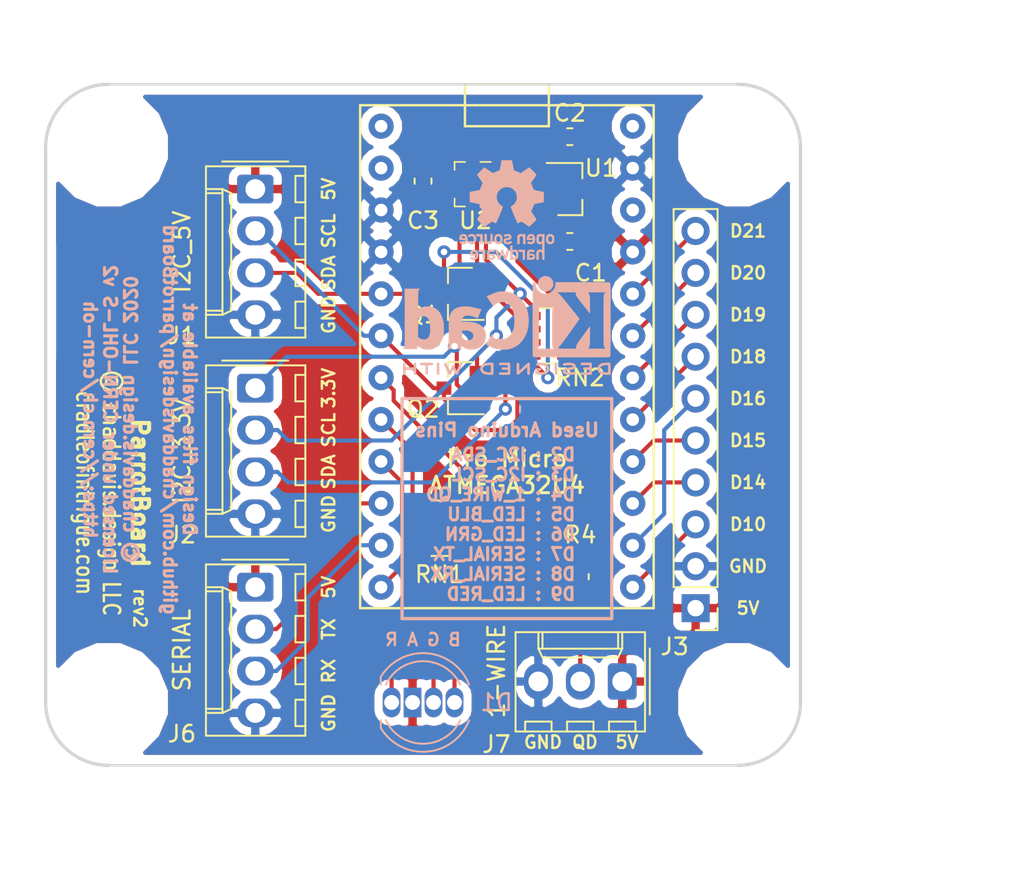
<source format=kicad_pcb>
(kicad_pcb (version 20171130) (host pcbnew 5.0.2-bee76a0~70~ubuntu18.04.1)
  (title_block (title parrotBoard) (date 2020-04-05) (rev 2) (company "chaddavis.design, LLC") (comment 1 "Design files available at github.com/chaddavisdesign/parrotBoard ") (comment 2 "Licensed under CERN-OHL-S v2 https://cern.ch/cern-oh") (comment 3 "©chaddavis.design, LLC 2020"))
  (layers (0 F.Cu signal) (31 B.Cu signal) (34 B.Paste user) (35 F.Paste user) (36 B.SilkS user) (37 F.SilkS user) (38 B.Mask user) (39 F.Mask user) (44 Edge.Cuts user))
  (net 0 "")
  (net 1 +5V)
  (net 2 "Net-(D1-Pad2)")
  (net 3 "Net-(D1-Pad3)")
  (net 4 "Net-(D1-Pad4)")
  (net 5 GND)
  (net 6 D0)
  (net 7 D1)
  (net 8 D10)
  (net 9 D14)
  (net 10 D15)
  (net 11 D16)
  (net 12 D18)
  (net 13 D19)
  (net 14 D20)
  (net 15 D21)
  (net 16 TX)
  (net 17 RX)
  (net 18 OneWire1_QD)
  (net 19 "Net-(MOD1-Pad8)")
  (net 20 "Net-(MOD1-Pad9)")
  (net 21 "Net-(MOD1-Pad12)")
  (net 22 "Net-(MOD1-Pad13)")
  (net 23 RST)
  (net 24 +3V3)
  (net 25 I2C_5V_SCL)
  (net 26 I2C_5V_SDA)
  (net 27 I2C_3.3V_SCL)
  (net 28 "Net-(RN1-Pad4)")
  (net 29 "Net-(RN1-Pad5)")
  (net 30 I2C_3.3V_SDA)
  (module Symbol:OSHW-Logo_5.7x6mm_SilkScreen (layer B.Cu) (at 69.215 67.31 180)
    (fp_text reference REF** hide)
    (fp_text value OSHW-Logo_5.7x6mm_SilkScreen hide)
  )
  (module parrotBoard:ProMicro (layer F.Cu) (at 69.215 76.2)
    (fp_text reference "" (at -4.445 16.51) (layer F.SilkS))
    (fp_text value proMicro)
    (pad 24 thru_hole circle (at 7.62 13.97) (size 1.524 1.524) (drill 0.762) (layers *.Cu *.Mask) (net 8 D10))
    (pad 23 thru_hole circle (at 7.62 11.43) (size 1.524 1.524) (drill 0.762) (layers *.Cu *.Mask) (net 11 D16))
    (pad 22 thru_hole circle (at 7.62 8.89) (size 1.524 1.524) (drill 0.762) (layers *.Cu *.Mask) (net 9 D14))
    (pad 21 thru_hole circle (at 7.62 6.35) (size 1.524 1.524) (drill 0.762) (layers *.Cu *.Mask) (net 10 D15))
    (pad 20 thru_hole circle (at 7.62 3.81) (size 1.524 1.524) (drill 0.762) (layers *.Cu *.Mask) (net 12 D18))
    (pad 19 thru_hole circle (at 7.62 1.27) (size 1.524 1.524) (drill 0.762) (layers *.Cu *.Mask) (net 13 D19))
    (pad 18 thru_hole circle (at 7.62 -1.27) (size 1.524 1.524) (drill 0.762) (layers *.Cu *.Mask) (net 14 D20))
    (pad 17 thru_hole circle (at 7.62 -3.81) (size 1.524 1.524) (drill 0.762) (layers *.Cu *.Mask) (net 15 D21))
    (pad 16 thru_hole circle (at 7.62 -6.35) (size 1.524 1.524) (drill 0.762) (layers *.Cu *.Mask) (net 1 +5V))
    (pad 15 thru_hole circle (at 7.62 -8.89) (size 1.524 1.524) (drill 0.762) (layers *.Cu *.Mask) (net 23 RST))
    (pad 14 thru_hole circle (at 7.62 -11.43) (size 1.524 1.524) (drill 0.762) (layers *.Cu *.Mask) (net 5 GND))
    (pad 13 thru_hole circle (at 7.62 -13.97) (size 1.524 1.524) (drill 0.762) (layers *.Cu *.Mask) (net 22 "Net-(MOD1-Pad13)"))
    (pad 12 thru_hole circle (at -7.62 13.97) (size 1.524 1.524) (drill 0.762) (layers *.Cu *.Mask) (net 21 "Net-(MOD1-Pad12)"))
    (pad 11 thru_hole circle (at -7.62 11.43) (size 1.524 1.524) (drill 0.762) (layers *.Cu *.Mask) (net 17 RX))
    (pad 10 thru_hole circle (at -7.62 8.89) (size 1.524 1.524) (drill 0.762) (layers *.Cu *.Mask) (net 16 TX))
    (pad 9 thru_hole circle (at -7.62 6.35) (size 1.524 1.524) (drill 0.762) (layers *.Cu *.Mask) (net 20 "Net-(MOD1-Pad9)"))
    (pad 8 thru_hole circle (at -7.62 3.81) (size 1.524 1.524) (drill 0.762) (layers *.Cu *.Mask) (net 19 "Net-(MOD1-Pad8)"))
    (pad 7 thru_hole circle (at -7.62 1.27) (size 1.524 1.524) (drill 0.762) (layers *.Cu *.Mask) (net 18 OneWire1_QD))
    (pad 6 thru_hole circle (at -7.62 -1.27) (size 1.524 1.524) (drill 0.762) (layers *.Cu *.Mask) (net 25 I2C_5V_SCL))
    (pad 5 thru_hole circle (at -7.62 -3.81) (size 1.524 1.524) (drill 0.762) (layers *.Cu *.Mask) (net 26 I2C_5V_SDA))
    (pad 4 thru_hole circle (at -7.62 -6.35) (size 1.524 1.524) (drill 0.762) (layers *.Cu *.Mask) (net 5 GND))
    (pad 3 thru_hole circle (at -7.62 -8.89) (size 1.524 1.524) (drill 0.762) (layers *.Cu *.Mask) (net 5 GND))
    (pad 2 thru_hole circle (at -7.62 -11.43) (size 1.524 1.524) (drill 0.762) (layers *.Cu *.Mask) (net 6 D0))
    (pad 1 thru_hole circle (at -7.62 -13.97) (size 1.524 1.524) (drill 0.762) (layers *.Cu *.Mask) (net 7 D1))
  )
  (module parrotBoard:LOGO (layer F.Cu) (at 45.315 72.79 270)
    (fp_text reference G*** hide)
    (fp_text value LOGO hide)
    (fp_poly (pts (xy 3.005667 3.005667) (xy -3.005666 3.005667) (xy -3.005666 1.625372) (xy -2.751666 1.625372) (xy -2.751666 2.751667) (xy -1.83829 2.751667) (xy -1.402765 2.751667) (xy 0.023468 2.751667) (xy 0.408234 2.751466) (xy 0.716358 2.750574) (xy 0.955865 2.748556) (xy 1.134779 2.74498) (xy 1.261125 2.739411) (xy 1.342928 2.731416) (xy 1.388211 2.720561) (xy 1.405 2.706412) (xy 1.401318 2.688535) (xy 1.393948 2.677584) (xy 1.180691 2.43555) (xy 0.93748 2.22748) (xy 0.740834 2.102822) (xy 0.619763 2.042198) (xy 0.51774 2.003298) (xy 0.409713 1.981318) (xy 0.270634 1.971454) (xy 0.075453 1.968902) (xy 0.042334 1.968855) (xy -0.16975 1.971162) (xy -0.322702 1.981247) (xy -0.441977 2.003258) (xy -0.553033 2.041344) (xy -0.64008 2.080055) (xy -0.882818 2.221683) (xy -1.112828 2.405365) (xy -1.297107 2.604229) (xy -1.316968 2.631176) (xy -1.402765 2.751667) (xy -1.83829 2.751667) (xy -1.658993 2.478955) (xy -1.404354 2.161421) (xy -1.102866 1.905712) (xy -0.960424 1.826471) (xy 1.104316 1.826471) (xy 1.107739 1.853201) (xy 1.167092 1.910459) (xy 1.258771 1.98478) (xy 1.51137 2.219228) (xy 1.715634 2.479129) (xy 1.794454 2.614084) (xy 1.83929 2.691166) (xy 1.890161 2.732284) (xy 1.973274 2.748699) (xy 2.114708 2.751667) (xy 2.364575 2.751667) (xy 2.393633 2.519092) (xy 2.406188 2.272311) (xy 2.382377 1.997528) (xy 2.323737 1.686602) (xy 2.279404 1.489371) (xy 2.053458 1.592812) (xy 1.883213 1.65854) (xy 1.674343 1.721794) (xy 1.457808 1.774805) (xy 1.26457 1.809802) (xy 1.149782 1.819598) (xy 1.104316 1.826471) (xy -0.960424 1.826471) (xy -0.764676 1.717577) (xy -0.399933 1.602765) (xy -0.048722 1.566836) (xy 0.177723 1.566334) (xy -0.076042 1.375575) (xy -0.202763 1.274483) (xy -0.301357 1.184985) (xy -0.352508 1.124776) (xy -0.354498 1.120473) (xy -0.380763 1.087649) (xy -0.432732 1.096634) (xy -0.530402 1.151631) (xy -0.544351 1.160391) (xy -0.844607 1.320362) (xy -1.191394 1.456577) (xy -1.561 1.56308) (xy -1.929711 1.63392) (xy -2.273815 1.663144) (xy -2.50825 1.653408) (xy -2.751666 1.625372) (xy -3.005666 1.625372) (xy -3.005666 1.235568) (xy -2.666603 1.235568) (xy -2.626654 1.260919) (xy -2.514168 1.282983) (xy -2.341262 1.299785) (xy -2.236807 1.305559) (xy -2.118592 1.300775) (xy -1.951802 1.281849) (xy -1.770571 1.25274) (xy -1.753202 1.249466) (xy -1.565168 1.202699) (xy -1.353932 1.133144) (xy -1.14059 1.049687) (xy -0.946237 0.96121) (xy -0.791967 0.876599) (xy -0.741488 0.83782) (xy -0.125887 0.83782) (xy 0.040982 0.988577) (xy 0.34159 1.207691) (xy 0.672645 1.35491) (xy 1.021563 1.427165) (xy 1.37576 1.421385) (xy 1.611567 1.371797) (xy 1.769819 1.317268) (xy 1.823768 1.293928) (xy 2.605144 1.293928) (xy 2.628524 1.389038) (xy 2.646178 1.440311) (xy 2.685377 1.568657) (xy 2.707509 1.674572) (xy 2.709334 1.698656) (xy 2.718771 1.764614) (xy 2.7305 1.778) (xy 2.739998 1.738885) (xy 2.74729 1.634394) (xy 2.751259 1.483814) (xy 2.751667 1.412458) (xy 2.751667 1.046915) (xy 2.667345 1.154113) (xy 2.617198 1.227616) (xy 2.605144 1.293928) (xy 1.823768 1.293928) (xy 1.917492 1.253381) (xy 1.978398 1.220601) (xy 2.115297 1.136942) (xy 2.031161 0.972021) (xy 1.94394 0.83666) (xy 1.809652 0.66899) (xy 1.647385 0.48954) (xy 1.476229 0.31884) (xy 1.315272 0.177419) (xy 1.239349 0.120474) (xy 1.089747 0.028129) (xy 0.913933 -0.065886) (xy 0.825942 -0.107434) (xy 0.595958 -0.209143) (xy 0.444189 0.079673) (xy 0.333711 0.265625) (xy 0.197818 0.460997) (xy 0.083266 0.603155) (xy -0.125887 0.83782) (xy -0.741488 0.83782) (xy -0.699876 0.805854) (xy -0.667025 0.757615) (xy -0.661264 0.697916) (xy -0.684238 0.602302) (xy -0.720905 0.493482) (xy -0.775376 0.305022) (xy -0.818676 0.096633) (xy -0.832297 -0.001123) (xy -0.851518 -0.134622) (xy -0.856907 -0.15585) (xy -0.465666 -0.15585) (xy -0.452743 -0.004718) (xy -0.419939 0.171446) (xy -0.398665 0.252584) (xy -0.331664 0.478203) (xy -0.210449 0.355518) (xy -0.124316 0.25343) (xy -0.021592 0.110656) (xy 0.062179 -0.020275) (xy 0.139537 -0.156941) (xy 0.170136 -0.246454) (xy 0.145453 -0.299024) (xy 0.056967 -0.324862) (xy -0.103845 -0.334179) (xy -0.201083 -0.335691) (xy -0.465666 -0.338666) (xy -0.465666 -0.15585) (xy -0.856907 -0.15585) (xy -0.874784 -0.226264) (xy -0.893442 -0.254) (xy -0.980978 -0.234907) (xy -1.120061 -0.184184) (xy -1.288421 -0.111666) (xy -1.463788 -0.027187) (xy -1.623891 0.059419) (xy -1.68023 0.093435) (xy -1.924865 0.276025) (xy -2.170234 0.508806) (xy -2.389071 0.763433) (xy -2.540965 0.988134) (xy -2.608009 1.109461) (xy -2.653616 1.20046) (xy -2.666603 1.235568) (xy -3.005666 1.235568) (xy -3.005666 -1.72738) (xy -2.751667 -1.72738) (xy -2.751667 -0.567357) (xy -2.751231 -0.263873) (xy -2.750002 0.00997) (xy -2.748095 0.243343) (xy -2.745628 0.425421) (xy -2.742716 0.545376) (xy -2.739476 0.592382) (xy -2.739199 0.592667) (xy -2.70921 0.561816) (xy -2.643348 0.481362) (xy -2.565354 0.381055) (xy -2.388192 0.185226) (xy -2.157539 -0.016969) (xy -1.895766 -0.209972) (xy -1.625244 -0.378223) (xy -1.368343 -0.506164) (xy -1.2065 -0.563995) (xy -1.112407 -0.589415) (xy -1.021095 -0.613432) (xy 0.729034 -0.613432) (xy 0.747425 -0.563604) (xy 0.815138 -0.52266) (xy 0.914043 -0.483103) (xy 1.189651 -0.349877) (xy 1.478467 -0.162034) (xy 1.759689 0.062935) (xy 2.012515 0.307536) (xy 2.216142 0.554278) (xy 2.296913 0.679776) (xy 2.358321 0.779384) (xy 2.403776 0.838922) (xy 2.414639 0.846341) (xy 2.4464 0.813153) (xy 2.50761 0.725888) (xy 2.583972 0.605129) (xy 2.646761 0.49792) (xy 2.689027 0.407866) (xy 2.715467 0.313325) (xy 2.730781 0.192656) (xy 2.739666 0.024217) (xy 2.744608 -0.134785) (xy 2.749374 -0.353396) (xy 2.747163 -0.509731) (xy 2.735055 -0.626083) (xy 2.710126 -0.724748) (xy 2.669454 -0.828017) (xy 2.647262 -0.877497) (xy 2.480129 -1.153784) (xy 2.249397 -1.405569) (xy 1.976084 -1.611216) (xy 1.883834 -1.663344) (xy 1.756874 -1.725688) (xy 1.648845 -1.764826) (xy 1.532515 -1.786212) (xy 1.380653 -1.795301) (xy 1.214563 -1.797385) (xy 0.799292 -1.799166) (xy 0.787006 -1.312333) (xy 0.779286 -1.10366) (xy 0.767847 -0.913837) (xy 0.754353 -0.766207) (xy 0.742928 -0.693047) (xy 0.729034 -0.613432) (xy -1.021095 -0.613432) (xy -0.98179 -0.62377) (xy -0.941916 -0.634112) (xy -0.816893 -0.679523) (xy -0.765022 -0.735493) (xy -0.762473 -0.753529) (xy -0.380603 -0.753529) (xy -0.342458 -0.735202) (xy -0.243263 -0.718211) (xy -0.137583 -0.708617) (xy 0.018842 -0.69863) (xy 0.157178 -0.689509) (xy 0.217721 -0.685338) (xy 0.322162 -0.705988) (xy 0.360288 -0.751416) (xy 0.375646 -0.824134) (xy 0.391801 -0.958906) (xy 0.406334 -1.13318) (xy 0.413034 -1.242888) (xy 0.4351 -1.660276) (xy 0.338442 -1.608546) (xy 0.191099 -1.505885) (xy 0.027421 -1.355081) (xy -0.127547 -1.181857) (xy -0.248758 -1.011934) (xy -0.258297 -0.995698) (xy -0.324362 -0.875882) (xy -0.368796 -0.786418) (xy -0.380603 -0.753529) (xy -0.762473 -0.753529) (xy -0.762 -0.75687) (xy -0.743848 -0.831416) (xy -0.696183 -0.954519) (xy -0.629195 -1.099955) (xy -0.626944 -1.104488) (xy -0.493183 -1.323428) (xy -0.315931 -1.543958) (xy -0.117085 -1.7428) (xy 0.081455 -1.896677) (xy 0.162883 -1.944043) (xy 0.250281 -1.991369) (xy 0.301649 -2.036605) (xy 0.316976 -2.095965) (xy 0.296252 -2.185663) (xy 0.239465 -2.321911) (xy 0.16253 -2.487083) (xy 0.093079 -2.627536) (xy 0.039777 -2.707058) (xy -0.014151 -2.742719) (xy -0.085482 -2.751591) (xy -0.097485 -2.751666) (xy -0.184897 -2.741342) (xy -0.248663 -2.697312) (xy -0.31298 -2.599985) (xy -0.334963 -2.559424) (xy -0.495287 -2.329582) (xy -0.718939 -2.108899) (xy -0.984814 -1.91284) (xy -1.271808 -1.756869) (xy -1.558817 -1.656452) (xy -1.571187 -1.653535) (xy -1.785443 -1.621775) (xy -2.034639 -1.611478) (xy -2.283596 -1.622124) (xy -2.497138 -1.653196) (xy -2.554438 -1.668023) (xy -2.751667 -1.72738) (xy -3.005666 -1.72738) (xy -3.005666 -2.751666) (xy -2.751666 -2.751666) (xy -2.751666 -2.119229) (xy -2.550583 -2.055014) (xy -2.334497 -2.012763) (xy -2.04616 -2.001781) (xy -1.9685 -2.003647) (xy -1.761468 -2.015209) (xy -1.608084 -2.037816) (xy -1.477446 -2.078045) (xy -1.354666 -2.134305) (xy -1.236822 -2.205312) (xy -1.098689 -2.305333) (xy -0.957144 -2.419813) (xy -0.82906 -2.5342) (xy -0.731313 -2.633939) (xy -0.680777 -2.704477) (xy -0.677333 -2.71847) (xy -0.717757 -2.727632) (xy -0.831396 -2.735825) (xy -1.006799 -2.742683) (xy -1.232517 -2.74784) (xy -1.4971 -2.750928) (xy -1.7145 -2.751666) (xy -2.751666 -2.751666) (xy -3.005666 -2.751666) (xy -3.005666 -2.751667) (xy 0.47594 -2.751667) (xy 0.585041 -2.465916) (xy 0.694142 -2.180166) (xy 1.183154 -2.180166) (xy 1.396876 -2.178964) (xy 1.550383 -2.17228) (xy 1.668121 -2.155506) (xy 1.774539 -2.124028) (xy 1.894082 -2.073235) (xy 1.989667 -2.028031) (xy 2.175452 -1.926516) (xy 2.363013 -1.803811) (xy 2.513143 -1.685667) (xy 2.518834 -1.680461) (xy 2.62624 -1.582387) (xy 2.705924 -1.511686) (xy 2.740951 -1.483379) (xy 2.741084 -1.483347) (xy 2.744766 -1.522634) (xy 2.747891 -1.632005) (xy 2.750215 -1.796877) (xy 2.751495 -2.00267) (xy 2.751667 -2.116666) (xy 2.751667 -2.751666) (xy 1.613804 -2.751667) (xy 0.47594 -2.751667) (xy -3.005666 -2.751667) (xy -3.005666 -3.005666) (xy 3.005667 -3.005666) (xy 3.005667 3.005667)) (layer F.Cu) (width 0.01))
  )
  (module MountingHole:MountingHole_3.2mm_M3 (layer F.Cu) (at 45.085 63.5)
    (fp_text reference "")
    (fp_text value MountingHole_3.2mm_M3)
    (pad 1 np_thru_hole circle (at 0 0) (size 3.2 3.2) (drill 3.2) (layers *.Cu *.Mask))
  )
  (module MountingHole:MountingHole_3.2mm_M3 (layer F.Cu) (at 45.085 97.155)
    (fp_text reference "")
    (fp_text value MountingHole_3.2mm_M3)
    (pad 1 np_thru_hole circle (at 0 0) (size 3.2 3.2) (drill 3.2) (layers *.Cu *.Mask))
  )
  (module MountingHole:MountingHole_3.2mm_M3 (layer F.Cu) (at 83.185 97.155)
    (fp_text reference "")
    (fp_text value MountingHole_3.2mm_M3)
    (pad 1 np_thru_hole circle (at 0 0) (size 3.2 3.2) (drill 3.2) (layers *.Cu *.Mask))
  )
  (module Connector_Molex:Molex_KK-254_AE-6410-04A_1x04_P2.54mm_Vertical (layer F.Cu) (at 53.975 90.17 270)
    (fp_text reference J6 (at 8.89 4.445) (layer F.SilkS))
    (fp_text value "Serial Connector")
    (pad 1 thru_hole roundrect (at 0 0 270) (size 1.74 2.2) (drill 1.2) (layers *.Cu *.Mask) (roundrect_rratio 0.143678) (net 1 +5V))
    (pad 2 thru_hole oval (at 2.54 0 270) (size 1.74 2.2) (drill 1.2) (layers *.Cu *.Mask) (net 16 TX))
    (pad 3 thru_hole oval (at 5.08 0 270) (size 1.74 2.2) (drill 1.2) (layers *.Cu *.Mask) (net 17 RX))
    (pad 4 thru_hole oval (at 7.62 0 270) (size 1.74 2.2) (drill 1.2) (layers *.Cu *.Mask) (net 5 GND))
  )
  (module Connector_Molex:Molex_KK-254_AE-6410-03A_1x03_P2.54mm_Vertical (layer F.Cu) (at 76.2 95.885 180)
    (fp_text reference J7 (at 7.62 -3.81 180) (layer F.SilkS))
    (fp_text value "OneWire Bus")
    (pad 1 thru_hole roundrect (at 0 0 180) (size 1.74 2.2) (drill 1.2) (layers *.Cu *.Mask) (roundrect_rratio 0.143678) (net 1 +5V))
    (pad 2 thru_hole oval (at 2.54 0 180) (size 1.74 2.2) (drill 1.2) (layers *.Cu *.Mask) (net 18 OneWire1_QD))
    (pad 3 thru_hole oval (at 5.08 0 180) (size 1.74 2.2) (drill 1.2) (layers *.Cu *.Mask) (net 5 GND))
  )
  (module MountingHole:MountingHole_3.2mm_M3 (layer F.Cu) (at 83.185 63.5)
    (fp_text reference "")
    (fp_text value MountingHole_3.2mm_M3)
    (pad 1 np_thru_hole circle (at 0 0) (size 3.2 3.2) (drill 3.2) (layers *.Cu *.Mask))
  )
  (module parrotBoard:LED_D5.0mm-4_RAGB (layer B.Cu) (at 62.23 97.155)
    (fp_text reference D1 (at 6.35 0) (layer B.SilkS) (effects (justify mirror)))
    (fp_text value LED_ARGB)
    (pad 1 thru_hole rect (at 1.27 0) (size 1.07 1.8) (drill 0.9) (layers *.Cu *.Mask) (net 1 +5V))
    (pad 2 thru_hole oval (at 0 0) (size 1.07 1.8) (drill 0.9) (layers *.Cu *.Mask) (net 2 "Net-(D1-Pad2)"))
    (pad 3 thru_hole oval (at 2.54 0) (size 1.07 1.8) (drill 0.9) (layers *.Cu *.Mask) (net 3 "Net-(D1-Pad3)"))
    (pad 4 thru_hole oval (at 3.81 0) (size 1.07 1.8) (drill 0.9) (layers *.Cu *.Mask) (net 4 "Net-(D1-Pad4)"))
  )
  (module Connector_PinHeader_2.54mm:PinHeader_1x10_P2.54mm_Vertical (layer F.Cu) (at 80.645 91.44 180)
    (fp_text reference J3 (at 1.27 -2.33 180) (layer F.SilkS))
    (fp_text value "Expansion Pins")
    (pad 1 thru_hole rect (at 0 0 180) (size 1.7 1.7) (drill 1) (layers *.Cu *.Mask) (net 1 +5V))
    (pad 2 thru_hole oval (at 0 2.54 180) (size 1.7 1.7) (drill 1) (layers *.Cu *.Mask) (net 5 GND))
    (pad 3 thru_hole oval (at 0 5.08 180) (size 1.7 1.7) (drill 1) (layers *.Cu *.Mask) (net 8 D10))
    (pad 4 thru_hole oval (at 0 7.62 180) (size 1.7 1.7) (drill 1) (layers *.Cu *.Mask) (net 9 D14))
    (pad 5 thru_hole oval (at 0 10.16 180) (size 1.7 1.7) (drill 1) (layers *.Cu *.Mask) (net 10 D15))
    (pad 6 thru_hole oval (at 0 12.7 180) (size 1.7 1.7) (drill 1) (layers *.Cu *.Mask) (net 11 D16))
    (pad 7 thru_hole oval (at 0 15.24 180) (size 1.7 1.7) (drill 1) (layers *.Cu *.Mask) (net 12 D18))
    (pad 8 thru_hole oval (at 0 17.78 180) (size 1.7 1.7) (drill 1) (layers *.Cu *.Mask) (net 13 D19))
    (pad 9 thru_hole oval (at 0 20.32 180) (size 1.7 1.7) (drill 1) (layers *.Cu *.Mask) (net 14 D20))
    (pad 10 thru_hole oval (at 0 22.86 180) (size 1.7 1.7) (drill 1) (layers *.Cu *.Mask) (net 15 D21))
  )
  (module Capacitor_SMD:C_0603_1608Metric (layer F.Cu) (at 73.025 69.215)
    (fp_text reference C1 (at 1.27 1.905) (layer F.SilkS))
    (fp_text value 1uF)
    (pad 2 smd roundrect (at 0.7875 0) (size 0.875 0.95) (layers F.Cu F.Paste F.Mask) (net 5 GND))
    (pad 1 smd roundrect (at -0.7875 0) (size 0.875 0.95) (layers F.Cu F.Paste F.Mask) (net 1 +5V))
  )
  (module Capacitor_SMD:C_0603_1608Metric (layer F.Cu) (at 73.025 62.865)
    (fp_text reference C2 (at 0 -1.43) (layer F.SilkS))
    (fp_text value 1uF)
    (pad 1 smd roundrect (at -0.7875 0) (size 0.875 0.95) (layers F.Cu F.Paste F.Mask) (net 24 +3V3))
    (pad 2 smd roundrect (at 0.7875 0) (size 0.875 0.95) (layers F.Cu F.Paste F.Mask) (net 5 GND))
  )
  (module Capacitor_SMD:C_0603_1608Metric (layer F.Cu) (at 64.135 65.5575 270)
    (fp_text reference C3 (at 2.3875 0) (layer F.SilkS))
    (fp_text value 0.1uF)
    (pad 1 smd roundrect (at -0.7875 0 270) (size 0.875 0.95) (layers F.Cu F.Paste F.Mask) (net 5 GND))
    (pad 2 smd roundrect (at 0.7875 0 270) (size 0.875 0.95) (layers F.Cu F.Paste F.Mask) (net 24 +3V3))
  )
  (module Package_TO_SOT_SMD:SOT-23 (layer F.Cu) (at 66.405 72.39 180)
    (fp_text reference Q1 (at 2.27 -1.27 180) (layer F.SilkS))
    (fp_text value BSS138)
    (pad 1 smd rect (at -1 -0.95 180) (size 0.9 0.8) (layers F.Cu F.Paste F.Mask) (net 24 +3V3))
    (pad 2 smd rect (at -1 0.95 180) (size 0.9 0.8) (layers F.Cu F.Paste F.Mask) (net 30 I2C_3.3V_SDA))
    (pad 3 smd rect (at 1 0 180) (size 0.9 0.8) (layers F.Cu F.Paste F.Mask) (net 26 I2C_5V_SDA))
  )
  (module Package_TO_SOT_SMD:SOT-23 (layer F.Cu) (at 66.405 78.105 180)
    (fp_text reference Q2 (at 2.27 -1.27 180) (layer F.SilkS))
    (fp_text value BSS138)
    (pad 3 smd rect (at 1 0 180) (size 0.9 0.8) (layers F.Cu F.Paste F.Mask) (net 25 I2C_5V_SCL))
    (pad 2 smd rect (at -1 0.95 180) (size 0.9 0.8) (layers F.Cu F.Paste F.Mask) (net 27 I2C_3.3V_SCL))
    (pad 1 smd rect (at -1 -0.95 180) (size 0.9 0.8) (layers F.Cu F.Paste F.Mask) (net 24 +3V3))
  )
  (module Resistor_SMD:R_Array_Convex_4x0603 (layer F.Cu) (at 71.755 74.93)
    (fp_text reference RN2 (at 1.905 2.54) (layer F.SilkS))
    (fp_text value 10KΩ)
    (pad 5 smd rect (at 0.9 1.2) (size 0.8 0.5) (layers F.Cu F.Paste F.Mask) (net 1 +5V))
    (pad 6 smd rect (at 0.9 0.4) (size 0.8 0.4) (layers F.Cu F.Paste F.Mask) (net 1 +5V))
    (pad 8 smd rect (at 0.9 -1.2) (size 0.8 0.5) (layers F.Cu F.Paste F.Mask) (net 24 +3V3))
    (pad 7 smd rect (at 0.9 -0.4) (size 0.8 0.4) (layers F.Cu F.Paste F.Mask) (net 24 +3V3))
    (pad 4 smd rect (at -0.9 1.2) (size 0.8 0.5) (layers F.Cu F.Paste F.Mask) (net 26 I2C_5V_SDA))
    (pad 2 smd rect (at -0.9 -0.4) (size 0.8 0.4) (layers F.Cu F.Paste F.Mask) (net 30 I2C_3.3V_SDA))
    (pad 3 smd rect (at -0.9 0.4) (size 0.8 0.4) (layers F.Cu F.Paste F.Mask) (net 25 I2C_5V_SCL))
    (pad 1 smd rect (at -0.9 -1.2) (size 0.8 0.5) (layers F.Cu F.Paste F.Mask) (net 27 I2C_3.3V_SCL))
  )
  (module Package_LGA:Bosch_LGA-8_2x2.5mm_P0.65mm_ClockwisePinNumbering (layer F.Cu) (at 67.145 65.745 270)
    (fp_text reference U2 (at 2.2 -0.165) (layer F.SilkS))
    (fp_text value BMP280)
    (pad 1 smd rect (at -0.975 -0.8) (size 0.5 0.35) (layers F.Cu F.Paste F.Mask) (net 5 GND))
    (pad 5 smd rect (at 0.975 0.8) (size 0.5 0.35) (layers F.Cu F.Paste F.Mask) (net 24 +3V3))
    (pad 6 smd rect (at 0.325 0.8) (size 0.5 0.35) (layers F.Cu F.Paste F.Mask) (net 24 +3V3))
    (pad 7 smd rect (at -0.325 0.8) (size 0.5 0.35) (layers F.Cu F.Paste F.Mask) (net 5 GND))
    (pad 4 smd rect (at 0.975 -0.8) (size 0.5 0.35) (layers F.Cu F.Paste F.Mask) (net 27 I2C_3.3V_SCL))
    (pad 3 smd rect (at 0.325 -0.8) (size 0.5 0.35) (layers F.Cu F.Paste F.Mask) (net 30 I2C_3.3V_SDA))
    (pad 2 smd rect (at -0.325 -0.8) (size 0.5 0.35) (layers F.Cu F.Paste F.Mask) (net 24 +3V3))
    (pad 8 smd rect (at -0.975 0.8) (size 0.5 0.35) (layers F.Cu F.Paste F.Mask) (net 24 +3V3))
  )
  (module Connector_Molex:Molex_KK-254_AE-6410-04A_1x04_P2.54mm_Vertical (layer F.Cu) (at 53.975 66.04 270)
    (fp_text reference J1 (at 8.89 4.445) (layer F.SilkS))
    (fp_text value I2C_BUS_5V)
    (pad 1 thru_hole roundrect (at 0 0 270) (size 1.74 2.2) (drill 1.2) (layers *.Cu *.Mask) (roundrect_rratio 0.143678) (net 1 +5V))
    (pad 2 thru_hole oval (at 2.54 0 270) (size 1.74 2.2) (drill 1.2) (layers *.Cu *.Mask) (net 25 I2C_5V_SCL))
    (pad 3 thru_hole oval (at 5.08 0 270) (size 1.74 2.2) (drill 1.2) (layers *.Cu *.Mask) (net 26 I2C_5V_SDA))
    (pad 4 thru_hole oval (at 7.62 0 270) (size 1.74 2.2) (drill 1.2) (layers *.Cu *.Mask) (net 5 GND))
  )
  (module Connector_Molex:Molex_KK-254_AE-6410-04A_1x04_P2.54mm_Vertical (layer F.Cu) (at 53.975 78.105 270)
    (fp_text reference J2 (at 8.89 4.445) (layer F.SilkS))
    (fp_text value I2C_BUS_3.3V)
    (pad 4 thru_hole oval (at 7.62 0 270) (size 1.74 2.2) (drill 1.2) (layers *.Cu *.Mask) (net 5 GND))
    (pad 3 thru_hole oval (at 5.08 0 270) (size 1.74 2.2) (drill 1.2) (layers *.Cu *.Mask) (net 30 I2C_3.3V_SDA))
    (pad 2 thru_hole oval (at 2.54 0 270) (size 1.74 2.2) (drill 1.2) (layers *.Cu *.Mask) (net 27 I2C_3.3V_SCL))
    (pad 1 thru_hole roundrect (at 0 0 270) (size 1.74 2.2) (drill 1.2) (layers *.Cu *.Mask) (roundrect_rratio 0.143678) (net 24 +3V3))
  )
  (module Package_TO_SOT_SMD:SOT-23 (layer F.Cu) (at 73.025 66.04)
    (fp_text reference U1 (at 1.905 -1.27) (layer F.SilkS))
    (fp_text value 622K)
    (pad 1 smd rect (at -1 -0.95) (size 0.9 0.8) (layers F.Cu F.Paste F.Mask) (net 24 +3V3))
    (pad 2 smd rect (at -1 0.95) (size 0.9 0.8) (layers F.Cu F.Paste F.Mask) (net 1 +5V))
    (pad 3 smd rect (at 1 0) (size 0.9 0.8) (layers F.Cu F.Paste F.Mask) (net 5 GND))
  )
  (module Resistor_SMD:R_Array_Convex_4x0603 (layer F.Cu) (at 65.14 86.595 180)
    (fp_text reference RN1 (at 0 -2.8 180) (layer F.SilkS))
    (fp_text value 220Ω)
    (pad 1 smd rect (at -0.9 -1.2 180) (size 0.8 0.5) (layers F.Cu F.Paste F.Mask) (net 2 "Net-(D1-Pad2)"))
    (pad 3 smd rect (at -0.9 0.4 180) (size 0.8 0.4) (layers F.Cu F.Paste F.Mask) (net 4 "Net-(D1-Pad4)"))
    (pad 2 smd rect (at -0.9 -0.4 180) (size 0.8 0.4) (layers F.Cu F.Paste F.Mask) (net 3 "Net-(D1-Pad3)"))
    (pad 4 smd rect (at -0.9 1.2 180) (size 0.8 0.5) (layers F.Cu F.Paste F.Mask) (net 28 "Net-(RN1-Pad4)"))
    (pad 7 smd rect (at 0.9 -0.4 180) (size 0.8 0.4) (layers F.Cu F.Paste F.Mask) (net 20 "Net-(MOD1-Pad9)"))
    (pad 8 smd rect (at 0.9 -1.2 180) (size 0.8 0.5) (layers F.Cu F.Paste F.Mask) (net 21 "Net-(MOD1-Pad12)"))
    (pad 6 smd rect (at 0.9 0.4 180) (size 0.8 0.4) (layers F.Cu F.Paste F.Mask) (net 19 "Net-(MOD1-Pad8)"))
    (pad 5 smd rect (at 0.9 1.2 180) (size 0.8 0.5) (layers F.Cu F.Paste F.Mask) (net 29 "Net-(RN1-Pad5)"))
  )
  (module Resistor_SMD:R_0603_1608Metric (layer F.Cu) (at 73.66 89.535 90)
    (fp_text reference R4 (at 2.54 0 180) (layer F.SilkS))
    (fp_text value 4.7kΩ)
    (pad 1 smd roundrect (at -0.7875 0 90) (size 0.875 0.95) (layers F.Cu F.Paste F.Mask) (net 18 OneWire1_QD))
    (pad 2 smd roundrect (at 0.7875 0 90) (size 0.875 0.95) (layers F.Cu F.Paste F.Mask) (net 1 +5V))
  )
  (module Symbol:KiCad-Logo2_6mm_SilkScreen (layer B.Cu) (at 69.215 74.295 180)
    (fp_text reference REF** hide)
    (fp_text value KiCad-Logo2_6mm_SilkScreen hide)
  )
  (gr_text "Design files available at\ngithub.com/chaddavisdesign/parrotBoard\n\n© chaddavis.design LLC 2020\nLicensed under CERN-OHL-S v2\nhttps://cern.ch/cern-oh" (at 46.99 80.01 270) (layer B.SilkS) (effects (font (size 0.75 0.75) (thickness 0.1875)) (justify mirror)))
  (gr_text SERIAL (at 49.53 93.98 90) (layer F.SilkS) (effects (font (size 1 1))))
  (gr_text "Used Arduino Pins" (at 69.215 80.645) (layer B.SilkS) (effects (font (size 0.8 0.8) (thickness 0.1875)) (justify mirror)))
  (gr_line (start 62.865 78.74) (end 62.865 92.075) (layer B.SilkS) (width 0.2))
  (gr_line (start 75.565 78.74) (end 62.865 78.74) (layer B.SilkS) (width 0.2))
  (gr_text "Pro Micro\nATMEGA32U4" (at 69.215 83.185) (layer F.SilkS) (effects (font (size 1 1) (thickness 0.18))))
  (gr_text "I2C_SDA\nI2C_SCL\n1_WIRE_QD\nLED_BLU\nLED_GRN\nSERIAL_TX\nSERIAL_RX\nLED_RED" (at 70.485 86.36) (layer B.SilkS) (effects (font (size 0.75 0.75) (thickness 0.18)) (justify left mirror)))
  (gr_line (start 86.995 63.5) (end 86.995 97.155) (layer Edge.Cuts) (width 0.2))
  (gr_arc (start 45.085 63.5) (end 45.085 59.69) (angle -90) (layer Edge.Cuts) (width 0.2))
  (gr_arc (start 45.085 97.155) (end 41.275 97.155) (angle -90) (layer Edge.Cuts) (width 0.2))
  (gr_line (start 41.275 63.5) (end 41.275 97.155) (layer Edge.Cuts) (width 0.2))
  (gr_arc (start 83.185 63.5) (end 86.995 63.5) (angle -90) (layer Edge.Cuts) (width 0.2))
  (gr_arc (start 83.185 97.155) (end 83.185 100.965) (angle -90) (layer Edge.Cuts) (width 0.2))
  (gr_text GND (at 83.82 88.9) (layer F.SilkS) (effects (font (size 0.75 0.75))))
  (gr_text 5V (at 83.82 91.44) (layer F.SilkS) (effects (font (size 0.75 0.75))))
  (gr_line (start 75.565 92.075) (end 75.565 78.74) (layer B.SilkS) (width 0.2))
  (gr_line (start 62.865 92.075) (end 75.565 92.075) (layer B.SilkS) (width 0.2))
  (gr_text "D2\nD3\nD4\nD5\nD6\nD7\nD8\nD9" (at 71.755 86.36) (layer B.SilkS) (effects (font (size 0.75 0.75) (thickness 0.18)) (justify right mirror)))
  (gr_text ":\n:\n:\n:\n:\n:\n:\n:" (at 71.12 86.36) (layer B.SilkS) (effects (font (size 0.75 0.75) (thickness 0.18)) (justify mirror)))
  (gr_text rev2 (at 46.99 91.44 270) (layer F.SilkS) (effects (font (size 0.75 0.75))))
  (gr_text ParrotBoard (at 46.99 84.455 270) (layer F.SilkS) (effects (font (size 1 1) (thickness 0.25))))
  (gr_text "© chaddavis.design LLC\ncradleofintrigue.com" (at 44.45 84.455 270) (layer F.SilkS) (effects (font (size 1 0.8))))
  (gr_text SCL (at 58.42 68.58 90) (layer F.SilkS) (effects (font (size 0.75 0.75))))
  (gr_text GND (at 58.42 73.66 90) (layer F.SilkS) (effects (font (size 0.75 0.75))))
  (gr_text "5V\n" (at 58.42 66.04 90) (layer F.SilkS) (effects (font (size 0.75 0.75))))
  (gr_text SDA (at 58.42 71.12 90) (layer F.SilkS) (effects (font (size 0.75 0.75))))
  (gr_text GND (at 58.42 85.725 90) (layer F.SilkS) (effects (font (size 0.75 0.75))))
  (gr_text SCL (at 58.42 80.645 90) (layer F.SilkS) (effects (font (size 0.75 0.75))))
  (gr_text SDA (at 58.42 83.185 90) (layer F.SilkS) (effects (font (size 0.75 0.75))))
  (gr_text 3.3V (at 58.42 78.105 90) (layer F.SilkS) (effects (font (size 0.75 0.75))))
  (gr_text R (at 62.23 93.345) (layer B.SilkS) (effects (font (size 0.75 0.75)) (justify mirror)))
  (gr_text B (at 66.04 93.345) (layer B.SilkS) (effects (font (size 0.75 0.75)) (justify mirror)))
  (gr_text G (at 64.77 93.345) (layer B.SilkS) (effects (font (size 0.75 0.75)) (justify mirror)))
  (gr_text A (at 63.5 93.345) (layer B.SilkS) (effects (font (size 0.75 0.75)) (justify mirror)))
  (gr_text RX (at 58.42 95.25 90) (layer F.SilkS) (effects (font (size 0.75 0.75))))
  (gr_text GND (at 58.42 97.79 90) (layer F.SilkS) (effects (font (size 0.75 0.75))))
  (gr_text TX (at 58.42 92.71 90) (layer F.SilkS) (effects (font (size 0.75 0.75))))
  (gr_text 5V (at 58.42 90.17 90) (layer F.SilkS) (effects (font (size 0.75 0.75))))
  (gr_text 5V (at 76.483061 99.564586) (layer F.SilkS) (effects (font (size 0.75 0.75))))
  (gr_text QD (at 73.943061 99.564586) (layer F.SilkS) (effects (font (size 0.75 0.75))))
  (gr_text GND (at 71.403061 99.564586) (layer F.SilkS) (effects (font (size 0.75 0.75))))
  (gr_text D10 (at 83.82 86.36) (layer F.SilkS) (effects (font (size 0.75 0.75))))
  (gr_text D14 (at 83.82 83.82) (layer F.SilkS) (effects (font (size 0.75 0.75))))
  (gr_text D15 (at 83.82 81.28) (layer F.SilkS) (effects (font (size 0.75 0.75))))
  (gr_text D16 (at 83.82 78.74) (layer F.SilkS) (effects (font (size 0.75 0.75))))
  (gr_text D18 (at 83.82 76.2) (layer F.SilkS) (effects (font (size 0.75 0.75))))
  (gr_text D19 (at 83.82 73.66) (layer F.SilkS) (effects (font (size 0.75 0.75))))
  (gr_text D20 (at 83.82 71.12) (layer F.SilkS) (effects (font (size 0.75 0.75))))
  (gr_text D21 (at 83.82 68.58) (layer F.SilkS) (effects (font (size 0.75 0.75))))
  (gr_text 1-WIRE (at 68.58 95.25 90) (layer F.SilkS) (effects (font (size 1 1))))
  (gr_text "I2C_5V\n" (at 49.53 69.85 90) (layer F.SilkS) (effects (font (size 1 1))))
  (gr_text I2C_3.3V (at 49.53 81.915 90) (layer F.SilkS) (effects (font (size 1 1))))
  (gr_line (start 83.185 59.69) (end 45.085 59.69) (layer Edge.Cuts) (width 0.15))
  (gr_line (start 45.085 100.965) (end 83.185 100.965) (layer Edge.Cuts) (width 0.15))
  (segment (start 72.655 75.33) (end 72.655 76.13) (width 0.25) (layer F.Cu) (net 1))
  (segment (start 72.655 76.13) (end 73.59 76.13) (width 0.25) (layer F.Cu) (net 1))
  (segment (start 72.655 75.33) (end 73.425 75.33) (width 0.25) (layer F.Cu) (net 1))
  (segment (start 62.23 92.105) (end 62.23 97.155) (width 0.25) (layer F.Cu) (net 2))
  (segment (start 66.04 87.795) (end 66.04 88.295) (width 0.25) (layer F.Cu) (net 2))
  (segment (start 66.04 88.295) (end 62.23 92.105) (width 0.25) (layer F.Cu) (net 2))
  (segment (start 64.77 91.177986) (end 64.77 97.155) (width 0.25) (layer F.Cu) (net 3))
  (segment (start 67.31 88.637986) (end 64.77 91.177986) (width 0.25) (layer F.Cu) (net 3))
  (segment (start 67.31 87.615) (end 67.31 88.637986) (width 0.25) (layer F.Cu) (net 3))
  (segment (start 66.04 86.995) (end 66.69 86.995) (width 0.25) (layer F.Cu) (net 3))
  (segment (start 66.69 86.995) (end 67.31 87.615) (width 0.25) (layer F.Cu) (net 3))
  (segment (start 66.69 86.345) (end 67.945 87.6) (width 0.25) (layer F.Cu) (net 4))
  (segment (start 66.19 86.345) (end 66.04 86.195) (width 0.25) (layer F.Cu) (net 4))
  (segment (start 66.69 86.345) (end 66.19 86.345) (width 0.25) (layer F.Cu) (net 4))
  (segment (start 66.04 92.075) (end 66.04 97.155) (width 0.25) (layer F.Cu) (net 4))
  (segment (start 67.945 87.63) (end 67.945 90.17) (width 0.25) (layer F.Cu) (net 4))
  (segment (start 67.945 90.17) (end 66.04 92.075) (width 0.25) (layer F.Cu) (net 4))
  (segment (start 73.8125 65.8275) (end 74.025 66.04) (width 0.25) (layer F.Cu) (net 5))
  (segment (start 73.8125 62.865) (end 73.8125 65.8275) (width 0.25) (layer F.Cu) (net 5))
  (segment (start 73.8125 66.2525) (end 74.025 66.04) (width 0.25) (layer F.Cu) (net 5))
  (segment (start 73.8125 69.215) (end 73.8125 66.2525) (width 0.25) (layer F.Cu) (net 5))
  (segment (start 64.785 65.42) (end 66.345 65.42) (width 0.25) (layer F.Cu) (net 5))
  (segment (start 64.135 64.77) (end 64.785 65.42) (width 0.25) (layer F.Cu) (net 5))
  (segment (start 64.596612 64.308388) (end 64.135 64.77) (width 0.25) (layer F.Cu) (net 5))
  (segment (start 64.635001 64.269999) (end 64.596612 64.308388) (width 0.25) (layer F.Cu) (net 5))
  (segment (start 66.944999 64.269999) (end 64.635001 64.269999) (width 0.25) (layer F.Cu) (net 5))
  (segment (start 67.445 64.77) (end 66.944999 64.269999) (width 0.25) (layer F.Cu) (net 5))
  (segment (start 67.945 64.77) (end 67.445 64.77) (width 0.25) (layer F.Cu) (net 5))
  (segment (start 75.565 66.04) (end 76.835 64.77) (width 0.25) (layer F.Cu) (net 5))
  (segment (start 74.025 66.04) (end 75.565 66.04) (width 0.25) (layer F.Cu) (net 5))
  (segment (start 62.356999 66.548001) (end 64.135 64.77) (width 0.25) (layer F.Cu) (net 5))
  (segment (start 61.595 67.31) (end 62.356999 66.548001) (width 0.25) (layer F.Cu) (net 5))
  (segment (start 77.596999 89.408001) (end 80.645 86.36) (width 0.25) (layer F.Cu) (net 8))
  (segment (start 76.835 90.17) (end 77.596999 89.408001) (width 0.25) (layer F.Cu) (net 8))
  (segment (start 78.105 83.82) (end 80.645 83.82) (width 0.25) (layer F.Cu) (net 9))
  (segment (start 76.835 85.09) (end 78.105 83.82) (width 0.25) (layer F.Cu) (net 9))
  (segment (start 78.105 81.28) (end 80.645 81.28) (width 0.25) (layer F.Cu) (net 10))
  (segment (start 76.835 82.55) (end 78.105 81.28) (width 0.25) (layer F.Cu) (net 10))
  (segment (start 76.835 87.63) (end 78.74 85.725) (width 0.25) (layer B.Cu) (net 11))
  (segment (start 78.74 80.645) (end 80.645 78.74) (width 0.25) (layer B.Cu) (net 11))
  (segment (start 78.74 85.725) (end 78.74 80.645) (width 0.25) (layer B.Cu) (net 11))
  (segment (start 76.835 80.01) (end 80.645 76.2) (width 0.25) (layer F.Cu) (net 12))
  (segment (start 77.596999 76.708001) (end 80.645 73.66) (width 0.25) (layer F.Cu) (net 13))
  (segment (start 76.835 77.47) (end 77.596999 76.708001) (width 0.25) (layer F.Cu) (net 13))
  (segment (start 77.596999 74.168001) (end 80.645 71.12) (width 0.25) (layer F.Cu) (net 14))
  (segment (start 76.835 74.93) (end 77.596999 74.168001) (width 0.25) (layer F.Cu) (net 14))
  (segment (start 77.596999 71.628001) (end 80.645 68.58) (width 0.25) (layer F.Cu) (net 15))
  (segment (start 76.835 72.39) (end 77.596999 71.628001) (width 0.25) (layer F.Cu) (net 15))
  (segment (start 61.425 85.09) (end 60.325 85.09) (width 0.25) (layer F.Cu) (net 16))
  (segment (start 53.975 92.71) (end 55.245 92.71) (width 0.25) (layer F.Cu) (net 16))
  (segment (start 55.245 92.71) (end 55.88 92.075) (width 0.25) (layer F.Cu) (net 16))
  (segment (start 55.88 92.075) (end 55.88 89.535) (width 0.25) (layer F.Cu) (net 16))
  (segment (start 55.88 89.535) (end 60.325 85.09) (width 0.25) (layer F.Cu) (net 16))
  (segment (start 61.425 87.63) (end 60.325 87.63) (width 0.25) (layer B.Cu) (net 17))
  (segment (start 53.975 95.25) (end 55.245 95.25) (width 0.25) (layer B.Cu) (net 17))
  (segment (start 55.245 95.25) (end 57.15 93.345) (width 0.25) (layer B.Cu) (net 17))
  (segment (start 57.15 93.345) (end 57.15 90.805) (width 0.25) (layer B.Cu) (net 17))
  (segment (start 57.15 90.805) (end 60.325 87.63) (width 0.25) (layer B.Cu) (net 17))
  (segment (start 73.66 95.885) (end 73.66 94.535) (width 0.25) (layer F.Cu) (net 18))
  (segment (start 73.66 90.17) (end 73.66 95.885) (width 0.25) (layer F.Cu) (net 18))
  (segment (start 62.356999 78.866999) (end 73.66 90.17) (width 0.25) (layer F.Cu) (net 18))
  (segment (start 61.595 77.47) (end 62.356999 78.231999) (width 0.25) (layer F.Cu) (net 18))
  (segment (start 62.356999 78.231999) (end 62.356999 78.866999) (width 0.25) (layer F.Cu) (net 18))
  (segment (start 63.59 86.195) (end 64.24 86.195) (width 0.25) (layer F.Cu) (net 19))
  (segment (start 63.5 86.105) (end 63.59 86.195) (width 0.25) (layer F.Cu) (net 19))
  (segment (start 63.5 81.915) (end 63.5 86.105) (width 0.25) (layer F.Cu) (net 19))
  (segment (start 61.595 80.01) (end 63.5 81.915) (width 0.25) (layer F.Cu) (net 19))
  (segment (start 62.865 83.82) (end 62.865 86.36) (width 0.25) (layer F.Cu) (net 20))
  (segment (start 61.595 82.55) (end 62.865 83.82) (width 0.25) (layer F.Cu) (net 20))
  (segment (start 62.865 86.36) (end 63.5 86.995) (width 0.25) (layer F.Cu) (net 20))
  (segment (start 63.5 86.995) (end 64.24 86.995) (width 0.25) (layer F.Cu) (net 20))
  (segment (start 63.135 88.9) (end 64.24 87.795) (width 0.25) (layer F.Cu) (net 21))
  (segment (start 61.595 90.17) (end 62.865 88.9) (width 0.25) (layer F.Cu) (net 21))
  (segment (start 62.865 88.9) (end 63.135 88.9) (width 0.25) (layer F.Cu) (net 21))
  (segment (start 72.2375 64.8775) (end 72.025 65.09) (width 0.25) (layer F.Cu) (net 24))
  (segment (start 72.2375 62.865) (end 72.2375 64.8775) (width 0.25) (layer F.Cu) (net 24))
  (segment (start 66.345 66.72) (end 66.345 66.07) (width 0.25) (layer F.Cu) (net 24))
  (segment (start 67.325 65.42) (end 67.945 65.42) (width 0.25) (layer F.Cu) (net 24))
  (segment (start 66.345 64.77) (end 66.675 64.77) (width 0.25) (layer F.Cu) (net 24))
  (segment (start 66.675 64.77) (end 67.325 65.42) (width 0.25) (layer F.Cu) (net 24))
  (segment (start 66.345 66.07) (end 66.645 66.07) (width 0.25) (layer F.Cu) (net 24))
  (segment (start 66.645 66.07) (end 67.31 65.405) (width 0.25) (layer F.Cu) (net 24))
  (segment (start 67.31 65.405) (end 66.675 66.04) (width 0.25) (layer F.Cu) (net 24))
  (segment (start 64.135 66.345) (end 65.71 66.345) (width 0.25) (layer F.Cu) (net 24))
  (segment (start 65.845 66.07) (end 66.345 66.07) (width 0.25) (layer F.Cu) (net 24))
  (segment (start 65.71 66.205) (end 65.845 66.07) (width 0.25) (layer F.Cu) (net 24))
  (segment (start 65.71 66.345) (end 65.71 66.205) (width 0.25) (layer F.Cu) (net 24))
  (segment (start 71.695 65.42) (end 72.025 65.09) (width 0.25) (layer F.Cu) (net 24))
  (segment (start 69.2 65.42) (end 69.215 65.42) (width 0.25) (layer F.Cu) (net 24))
  (segment (start 67.945 65.42) (end 69.215 65.42) (width 0.25) (layer F.Cu) (net 24))
  (segment (start 69.215 65.42) (end 71.695 65.42) (width 0.25) (layer F.Cu) (net 24))
  (segment (start 66.345 72.33) (end 67.355 73.34) (width 0.25) (layer F.Cu) (net 24))
  (segment (start 66.345 66.72) (end 66.345 72.33) (width 0.25) (layer F.Cu) (net 24))
  (segment (start 67.355 79.055) (end 67.405 79.055) (width 0.25) (layer F.Cu) (net 24))
  (segment (start 66.180001 77.880001) (end 67.355 79.055) (width 0.25) (layer F.Cu) (net 24))
  (segment (start 67.355 73.34) (end 66.180001 74.514999) (width 0.25) (layer F.Cu) (net 24))
  (segment (start 67.405 73.34) (end 67.355 73.34) (width 0.25) (layer F.Cu) (net 24))
  (segment (start 72.655 73.23) (end 72.655 73.73) (width 0.25) (layer F.Cu) (net 24))
  (segment (start 69.85 66.825) (end 69.85 70.425) (width 0.25) (layer F.Cu) (net 24))
  (segment (start 69.85 70.425) (end 72.655 73.23) (width 0.25) (layer F.Cu) (net 24))
  (segment (start 67.945 65.42) (end 68.445 65.42) (width 0.25) (layer F.Cu) (net 24))
  (segment (start 68.445 65.42) (end 69.85 66.825) (width 0.25) (layer F.Cu) (net 24))
  (segment (start 72.655 73.73) (end 72.655 74.53) (width 0.25) (layer F.Cu) (net 24))
  (segment (start 66.04 74.999315) (end 66.109315 74.93) (width 0.25) (layer F.Cu) (net 24))
  (segment (start 66.04 75.565) (end 66.04 75.565) (width 0.25) (layer F.Cu) (net 24))
  (segment (start 66.109315 74.93) (end 66.180001 74.93) (width 0.25) (layer F.Cu) (net 24))
  (segment (start 66.180001 74.514999) (end 66.180001 74.93) (width 0.25) (layer F.Cu) (net 24))
  (segment (start 66.180001 74.93) (end 66.180001 77.880001) (width 0.25) (layer F.Cu) (net 24))
  (segment (start 66.04 75.565) (end 66.04 74.999315) (width 0.25) (layer F.Cu) (net 24))
  (via (at 66.04 75.565) (size 0.8) (drill 0.4) (layers F.Cu B.Cu) (net 24))
  (segment (start 65.405 76.2) (end 66.04 75.565) (width 0.25) (layer B.Cu) (net 24))
  (segment (start 53.975 78.105) (end 55.88 76.2) (width 0.25) (layer B.Cu) (net 24))
  (segment (start 55.88 76.2) (end 65.405 76.2) (width 0.25) (layer B.Cu) (net 24))
  (segment (start 64.77 78.105) (end 65.405 78.105) (width 0.25) (layer F.Cu) (net 25))
  (segment (start 61.595 74.93) (end 64.77 78.105) (width 0.25) (layer F.Cu) (net 25))
  (segment (start 67.295 80.645) (end 69.215 80.645) (width 0.25) (layer F.Cu) (net 25))
  (segment (start 65.405 78.105) (end 65.405 78.755) (width 0.25) (layer F.Cu) (net 25))
  (segment (start 65.405 78.755) (end 67.295 80.645) (width 0.25) (layer F.Cu) (net 25))
  (segment (start 70.085 75.33) (end 70.855 75.33) (width 0.25) (layer F.Cu) (net 25))
  (segment (start 69.85 80.01) (end 69.85 75.565) (width 0.25) (layer F.Cu) (net 25))
  (segment (start 69.85 75.565) (end 70.085 75.33) (width 0.25) (layer F.Cu) (net 25))
  (segment (start 69.215 80.645) (end 69.85 80.01) (width 0.25) (layer F.Cu) (net 25))
  (segment (start 60.555 74.93) (end 61.595 74.93) (width 0.25) (layer B.Cu) (net 25))
  (segment (start 54.205 68.58) (end 60.555 74.93) (width 0.25) (layer B.Cu) (net 25))
  (segment (start 53.975 68.58) (end 54.205 68.58) (width 0.25) (layer B.Cu) (net 25))
  (segment (start 70.855 76.13) (end 70.705 76.13) (width 0.25) (layer F.Cu) (net 26))
  (segment (start 57.785 72.39) (end 61.595 72.39) (width 0.25) (layer F.Cu) (net 26))
  (segment (start 53.975 71.12) (end 56.515 71.12) (width 0.25) (layer F.Cu) (net 26))
  (segment (start 56.515 71.12) (end 57.785 72.39) (width 0.25) (layer F.Cu) (net 26))
  (segment (start 61.595 72.39) (end 65.405 72.39) (width 0.25) (layer F.Cu) (net 26))
  (segment (start 70.855 76.63) (end 71.695 77.47) (width 0.25) (layer F.Cu) (net 26))
  (segment (start 70.855 76.13) (end 70.855 76.63) (width 0.25) (layer F.Cu) (net 26))
  (segment (start 71.695 77.47) (end 71.695 77.47) (width 0.25) (layer F.Cu) (net 26))
  (via (at 71.695 77.47) (size 0.8) (drill 0.4) (layers F.Cu B.Cu) (net 26))
  (segment (start 65.405 72.39) (end 65.405 69.85) (width 0.25) (layer F.Cu) (net 26))
  (segment (start 65.405 69.85) (end 65.405 69.85) (width 0.25) (layer F.Cu) (net 26))
  (via (at 65.405 69.85) (size 0.8) (drill 0.4) (layers F.Cu B.Cu) (net 26))
  (segment (start 71.695 76.904315) (end 71.695 77.47) (width 0.25) (layer B.Cu) (net 26))
  (segment (start 68.548002 69.85) (end 71.695 72.996998) (width 0.25) (layer B.Cu) (net 26))
  (segment (start 71.695 72.996998) (end 71.695 76.904315) (width 0.25) (layer B.Cu) (net 26))
  (segment (start 65.405 69.85) (end 68.548002 69.85) (width 0.25) (layer B.Cu) (net 26))
  (segment (start 67.87 66.72) (end 67.945 66.72) (width 0.25) (layer F.Cu) (net 27))
  (segment (start 54.205 80.645) (end 53.975 80.645) (width 0.25) (layer F.Cu) (net 27))
  (segment (start 70.855 73.23) (end 70.015 72.39) (width 0.25) (layer F.Cu) (net 27))
  (segment (start 70.855 73.73) (end 70.855 73.23) (width 0.25) (layer F.Cu) (net 27))
  (segment (start 70.015 72.39) (end 70.015 72.39) (width 0.25) (layer F.Cu) (net 27))
  (via (at 70.015 72.39) (size 0.8) (drill 0.4) (layers F.Cu B.Cu) (net 27))
  (via (at 68.58 74.93) (size 0.8) (drill 0.4) (layers F.Cu B.Cu) (net 27))
  (segment (start 67.945 70.32) (end 70.015 72.39) (width 0.25) (layer F.Cu) (net 27))
  (segment (start 67.945 66.72) (end 67.945 70.32) (width 0.25) (layer F.Cu) (net 27))
  (segment (start 68.58 73.825) (end 70.015 72.39) (width 0.25) (layer B.Cu) (net 27))
  (segment (start 68.58 74.93) (end 68.58 73.825) (width 0.25) (layer B.Cu) (net 27))
  (segment (start 68.58 74.93) (end 62.23 81.28) (width 0.25) (layer B.Cu) (net 27))
  (segment (start 62.23 81.28) (end 55.96 81.28) (width 0.25) (layer B.Cu) (net 27))
  (segment (start 55.96 81.28) (end 55.325 80.645) (width 0.25) (layer B.Cu) (net 27))
  (segment (start 55.325 80.645) (end 53.975 80.645) (width 0.25) (layer B.Cu) (net 27))
  (segment (start 67.405 76.105) (end 68.58 74.93) (width 0.25) (layer F.Cu) (net 27))
  (segment (start 67.405 77.155) (end 67.405 76.105) (width 0.25) (layer F.Cu) (net 27))
  (segment (start 67.445 66.07) (end 67.31 66.205) (width 0.25) (layer F.Cu) (net 30))
  (segment (start 67.945 66.07) (end 67.445 66.07) (width 0.25) (layer F.Cu) (net 30))
  (segment (start 67.31 66.205) (end 67.31 67.31) (width 0.25) (layer F.Cu) (net 30))
  (segment (start 53.975 83.185) (end 54.205 83.185) (width 0.25) (layer F.Cu) (net 30))
  (segment (start 67.405 67.405) (end 67.405 71.44) (width 0.25) (layer F.Cu) (net 30))
  (segment (start 67.31 67.31) (end 67.405 67.405) (width 0.25) (layer F.Cu) (net 30))
  (segment (start 70.855 74.53) (end 70.72 74.53) (width 0.25) (layer F.Cu) (net 30))
  (segment (start 70.545 74.53) (end 70.855 74.53) (width 0.25) (layer F.Cu) (net 30))
  (segment (start 67.455 71.44) (end 70.545 74.53) (width 0.25) (layer F.Cu) (net 30))
  (segment (start 67.405 71.44) (end 67.455 71.44) (width 0.25) (layer F.Cu) (net 30))
  (segment (start 69.215 79.375) (end 69.215 79.375) (width 0.25) (layer F.Cu) (net 30))
  (segment (start 53.975 83.185) (end 55.325 83.185) (width 0.25) (layer B.Cu) (net 30))
  (segment (start 55.325 83.185) (end 55.96 83.82) (width 0.25) (layer B.Cu) (net 30))
  (segment (start 70.855 74.53) (end 70.205 74.53) (width 0.25) (layer F.Cu) (net 30))
  (segment (start 55.96 83.82) (end 64.67999 83.82) (width 0.25) (layer B.Cu) (net 30))
  (segment (start 69.12499 75.61001) (end 69.12499 78.809315) (width 0.25) (layer F.Cu) (net 30))
  (segment (start 70.205 74.53) (end 69.12499 75.61001) (width 0.25) (layer F.Cu) (net 30))
  (segment (start 68.724991 79.774999) (end 69.12499 79.375) (width 0.25) (layer B.Cu) (net 30))
  (segment (start 69.12499 78.809315) (end 69.12499 79.375) (width 0.25) (layer F.Cu) (net 30))
  (segment (start 64.67999 83.82) (end 68.724991 79.774999) (width 0.25) (layer B.Cu) (net 30))
  (via (at 69.12499 79.375) (size 0.8) (drill 0.4) (layers F.Cu B.Cu) (net 30))
  (zone (net 1) (net_name +5V) (layer F.Cu) (connect_pads (clearance 0.508)) (min_thickness 0.254) (fill yes (arc_segments 16) (thermal_gap 0.508) (thermal_bridge_width 0.508))
    (polygon (pts (xy 41.91 64.77) (xy 46.355 60.325) (xy 81.915 60.325) (xy 86.36 65.405) (xy 86.36 95.885) (xy 81.28 100.33) (xy 46.355 100.33) (xy 41.91 95.885)))
  )
  (zone (net 5) (net_name GND) (layer B.Cu) (connect_pads (clearance 0.508)) (min_thickness 0.254) (fill yes (arc_segments 16) (thermal_gap 0.508) (thermal_bridge_width 0.508))
    (polygon (pts (xy 46.355 60.325) (xy 81.915 60.325) (xy 86.36 65.405) (xy 86.36 95.885) (xy 81.28 100.33) (xy 46.355 100.33) (xy 41.91 95.885) (xy 41.91 64.77)))
  )
)
</source>
